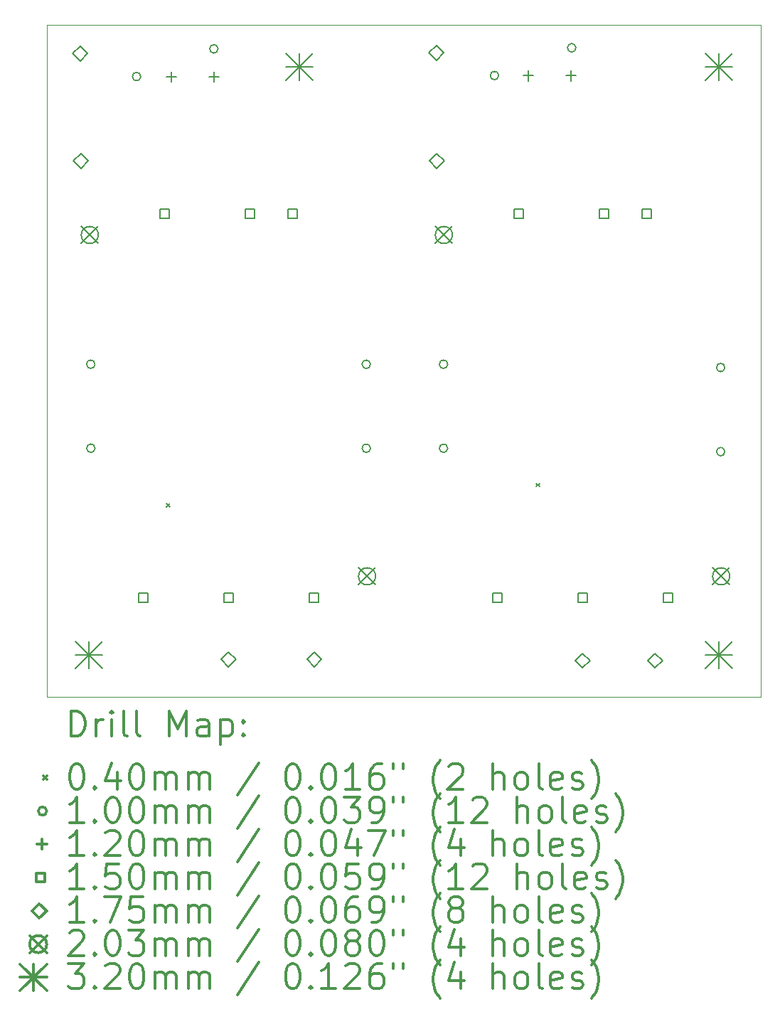
<source format=gbr>
%FSLAX45Y45*%
G04 Gerber Fmt 4.5, Leading zero omitted, Abs format (unit mm)*
G04 Created by KiCad (PCBNEW 5.1.6+dfsg1-1~bpo9+1) date 2022-05-29 17:42:44*
%MOMM*%
%LPD*%
G01*
G04 APERTURE LIST*
%TA.AperFunction,Profile*%
%ADD10C,0.100000*%
%TD*%
%ADD11C,0.200000*%
%ADD12C,0.300000*%
G04 APERTURE END LIST*
D10*
X0Y1000D02*
X8500000Y1000D01*
X8500000Y8001000D02*
X8500000Y1000D01*
X0Y8001000D02*
X0Y1000D01*
X0Y8001000D02*
X8500000Y8001000D01*
D11*
X1420000Y2300000D02*
X1460000Y2260000D01*
X1460000Y2300000D02*
X1420000Y2260000D01*
X5822000Y2542000D02*
X5862000Y2502000D01*
X5862000Y2542000D02*
X5822000Y2502000D01*
X570000Y3960000D02*
G75*
G03*
X570000Y3960000I-50000J0D01*
G01*
X570000Y2960000D02*
G75*
G03*
X570000Y2960000I-50000J0D01*
G01*
X8070000Y3920000D02*
G75*
G03*
X8070000Y3920000I-50000J0D01*
G01*
X8070000Y2920000D02*
G75*
G03*
X8070000Y2920000I-50000J0D01*
G01*
X3850000Y3960000D02*
G75*
G03*
X3850000Y3960000I-50000J0D01*
G01*
X3850000Y2960000D02*
G75*
G03*
X3850000Y2960000I-50000J0D01*
G01*
X1115000Y7385000D02*
G75*
G03*
X1115000Y7385000I-50000J0D01*
G01*
X2035000Y7715000D02*
G75*
G03*
X2035000Y7715000I-50000J0D01*
G01*
X5376130Y7398000D02*
G75*
G03*
X5376130Y7398000I-50000J0D01*
G01*
X6296130Y7728000D02*
G75*
G03*
X6296130Y7728000I-50000J0D01*
G01*
X4770000Y3960000D02*
G75*
G03*
X4770000Y3960000I-50000J0D01*
G01*
X4770000Y2960000D02*
G75*
G03*
X4770000Y2960000I-50000J0D01*
G01*
X5726800Y7455560D02*
X5726800Y7335560D01*
X5666800Y7395560D02*
X5786800Y7395560D01*
X6234800Y7455560D02*
X6234800Y7335560D01*
X6174800Y7395560D02*
X6294800Y7395560D01*
X1480000Y7440000D02*
X1480000Y7320000D01*
X1420000Y7380000D02*
X1540000Y7380000D01*
X1988000Y7440000D02*
X1988000Y7320000D01*
X1928000Y7380000D02*
X2048000Y7380000D01*
X1196034Y1128067D02*
X1196034Y1234134D01*
X1089967Y1234134D01*
X1089967Y1128067D01*
X1196034Y1128067D01*
X1450033Y5700066D02*
X1450033Y5806133D01*
X1343967Y5806133D01*
X1343967Y5700066D01*
X1450033Y5700066D01*
X2212034Y1128067D02*
X2212034Y1234134D01*
X2105967Y1234134D01*
X2105967Y1128067D01*
X2212034Y1128067D01*
X2466034Y5700066D02*
X2466034Y5806133D01*
X2359967Y5806133D01*
X2359967Y5700066D01*
X2466034Y5700066D01*
X2974033Y5700066D02*
X2974033Y5806133D01*
X2867966Y5806133D01*
X2867966Y5700066D01*
X2974033Y5700066D01*
X3228033Y1128067D02*
X3228033Y1234134D01*
X3121966Y1234134D01*
X3121966Y1128067D01*
X3228033Y1128067D01*
X5412434Y1128067D02*
X5412434Y1234134D01*
X5306367Y1234134D01*
X5306367Y1128067D01*
X5412434Y1128067D01*
X5666433Y5700066D02*
X5666433Y5806133D01*
X5560367Y5806133D01*
X5560367Y5700066D01*
X5666433Y5700066D01*
X6428433Y1128067D02*
X6428433Y1234134D01*
X6322366Y1234134D01*
X6322366Y1128067D01*
X6428433Y1128067D01*
X6682433Y5700066D02*
X6682433Y5806133D01*
X6576366Y5806133D01*
X6576366Y5700066D01*
X6682433Y5700066D01*
X7190433Y5700066D02*
X7190433Y5806133D01*
X7084366Y5806133D01*
X7084366Y5700066D01*
X7190433Y5700066D01*
X7444433Y1128067D02*
X7444433Y1234134D01*
X7338366Y1234134D01*
X7338366Y1128067D01*
X7444433Y1128067D01*
X4640000Y6292500D02*
X4727500Y6380000D01*
X4640000Y6467500D01*
X4552500Y6380000D01*
X4640000Y6292500D01*
X4635500Y7580600D02*
X4723000Y7668100D01*
X4635500Y7755600D01*
X4548000Y7668100D01*
X4635500Y7580600D01*
X6375400Y344300D02*
X6462900Y431800D01*
X6375400Y519300D01*
X6287900Y431800D01*
X6375400Y344300D01*
X7239000Y344300D02*
X7326500Y431800D01*
X7239000Y519300D01*
X7151500Y431800D01*
X7239000Y344300D01*
X2159000Y357000D02*
X2246500Y444500D01*
X2159000Y532000D01*
X2071500Y444500D01*
X2159000Y357000D01*
X3180000Y357000D02*
X3267500Y444500D01*
X3180000Y532000D01*
X3092500Y444500D01*
X3180000Y357000D01*
X400000Y6292500D02*
X487500Y6380000D01*
X400000Y6467500D01*
X312500Y6380000D01*
X400000Y6292500D01*
X393700Y7572500D02*
X481200Y7660000D01*
X393700Y7747500D01*
X306200Y7660000D01*
X393700Y7572500D01*
X406400Y5600700D02*
X609600Y5397500D01*
X609600Y5600700D02*
X406400Y5397500D01*
X609600Y5499100D02*
G75*
G03*
X609600Y5499100I-101600J0D01*
G01*
X3708400Y1536700D02*
X3911600Y1333500D01*
X3911600Y1536700D02*
X3708400Y1333500D01*
X3911600Y1435100D02*
G75*
G03*
X3911600Y1435100I-101600J0D01*
G01*
X4622800Y5600700D02*
X4826000Y5397500D01*
X4826000Y5600700D02*
X4622800Y5397500D01*
X4826000Y5499100D02*
G75*
G03*
X4826000Y5499100I-101600J0D01*
G01*
X7924800Y1536700D02*
X8128000Y1333500D01*
X8128000Y1536700D02*
X7924800Y1333500D01*
X8128000Y1435100D02*
G75*
G03*
X8128000Y1435100I-101600J0D01*
G01*
X7840000Y661000D02*
X8160000Y341000D01*
X8160000Y661000D02*
X7840000Y341000D01*
X8000000Y661000D02*
X8000000Y341000D01*
X7840000Y501000D02*
X8160000Y501000D01*
X340000Y661000D02*
X660000Y341000D01*
X660000Y661000D02*
X340000Y341000D01*
X500000Y661000D02*
X500000Y341000D01*
X340000Y501000D02*
X660000Y501000D01*
X2840000Y7661000D02*
X3160000Y7341000D01*
X3160000Y7661000D02*
X2840000Y7341000D01*
X3000000Y7661000D02*
X3000000Y7341000D01*
X2840000Y7501000D02*
X3160000Y7501000D01*
X7840000Y7661000D02*
X8160000Y7341000D01*
X8160000Y7661000D02*
X7840000Y7341000D01*
X8000000Y7661000D02*
X8000000Y7341000D01*
X7840000Y7501000D02*
X8160000Y7501000D01*
D12*
X281428Y-469714D02*
X281428Y-169714D01*
X352857Y-169714D01*
X395714Y-184000D01*
X424286Y-212571D01*
X438571Y-241143D01*
X452857Y-298286D01*
X452857Y-341143D01*
X438571Y-398286D01*
X424286Y-426857D01*
X395714Y-455429D01*
X352857Y-469714D01*
X281428Y-469714D01*
X581428Y-469714D02*
X581428Y-269714D01*
X581428Y-326857D02*
X595714Y-298286D01*
X610000Y-284000D01*
X638571Y-269714D01*
X667143Y-269714D01*
X767143Y-469714D02*
X767143Y-269714D01*
X767143Y-169714D02*
X752857Y-184000D01*
X767143Y-198286D01*
X781428Y-184000D01*
X767143Y-169714D01*
X767143Y-198286D01*
X952857Y-469714D02*
X924286Y-455429D01*
X910000Y-426857D01*
X910000Y-169714D01*
X1110000Y-469714D02*
X1081428Y-455429D01*
X1067143Y-426857D01*
X1067143Y-169714D01*
X1452857Y-469714D02*
X1452857Y-169714D01*
X1552857Y-384000D01*
X1652857Y-169714D01*
X1652857Y-469714D01*
X1924286Y-469714D02*
X1924286Y-312572D01*
X1910000Y-284000D01*
X1881428Y-269714D01*
X1824286Y-269714D01*
X1795714Y-284000D01*
X1924286Y-455429D02*
X1895714Y-469714D01*
X1824286Y-469714D01*
X1795714Y-455429D01*
X1781428Y-426857D01*
X1781428Y-398286D01*
X1795714Y-369714D01*
X1824286Y-355429D01*
X1895714Y-355429D01*
X1924286Y-341143D01*
X2067143Y-269714D02*
X2067143Y-569714D01*
X2067143Y-284000D02*
X2095714Y-269714D01*
X2152857Y-269714D01*
X2181428Y-284000D01*
X2195714Y-298286D01*
X2210000Y-326857D01*
X2210000Y-412571D01*
X2195714Y-441143D01*
X2181428Y-455429D01*
X2152857Y-469714D01*
X2095714Y-469714D01*
X2067143Y-455429D01*
X2338571Y-441143D02*
X2352857Y-455429D01*
X2338571Y-469714D01*
X2324286Y-455429D01*
X2338571Y-441143D01*
X2338571Y-469714D01*
X2338571Y-284000D02*
X2352857Y-298286D01*
X2338571Y-312572D01*
X2324286Y-298286D01*
X2338571Y-284000D01*
X2338571Y-312572D01*
X-45000Y-944000D02*
X-5000Y-984000D01*
X-5000Y-944000D02*
X-45000Y-984000D01*
X338571Y-799714D02*
X367143Y-799714D01*
X395714Y-814000D01*
X410000Y-828286D01*
X424286Y-856857D01*
X438571Y-914000D01*
X438571Y-985429D01*
X424286Y-1042571D01*
X410000Y-1071143D01*
X395714Y-1085429D01*
X367143Y-1099714D01*
X338571Y-1099714D01*
X310000Y-1085429D01*
X295714Y-1071143D01*
X281428Y-1042571D01*
X267143Y-985429D01*
X267143Y-914000D01*
X281428Y-856857D01*
X295714Y-828286D01*
X310000Y-814000D01*
X338571Y-799714D01*
X567143Y-1071143D02*
X581428Y-1085429D01*
X567143Y-1099714D01*
X552857Y-1085429D01*
X567143Y-1071143D01*
X567143Y-1099714D01*
X838571Y-899714D02*
X838571Y-1099714D01*
X767143Y-785429D02*
X695714Y-999714D01*
X881428Y-999714D01*
X1052857Y-799714D02*
X1081428Y-799714D01*
X1110000Y-814000D01*
X1124286Y-828286D01*
X1138571Y-856857D01*
X1152857Y-914000D01*
X1152857Y-985429D01*
X1138571Y-1042571D01*
X1124286Y-1071143D01*
X1110000Y-1085429D01*
X1081428Y-1099714D01*
X1052857Y-1099714D01*
X1024286Y-1085429D01*
X1010000Y-1071143D01*
X995714Y-1042571D01*
X981428Y-985429D01*
X981428Y-914000D01*
X995714Y-856857D01*
X1010000Y-828286D01*
X1024286Y-814000D01*
X1052857Y-799714D01*
X1281428Y-1099714D02*
X1281428Y-899714D01*
X1281428Y-928286D02*
X1295714Y-914000D01*
X1324286Y-899714D01*
X1367143Y-899714D01*
X1395714Y-914000D01*
X1410000Y-942571D01*
X1410000Y-1099714D01*
X1410000Y-942571D02*
X1424286Y-914000D01*
X1452857Y-899714D01*
X1495714Y-899714D01*
X1524286Y-914000D01*
X1538571Y-942571D01*
X1538571Y-1099714D01*
X1681428Y-1099714D02*
X1681428Y-899714D01*
X1681428Y-928286D02*
X1695714Y-914000D01*
X1724286Y-899714D01*
X1767143Y-899714D01*
X1795714Y-914000D01*
X1810000Y-942571D01*
X1810000Y-1099714D01*
X1810000Y-942571D02*
X1824286Y-914000D01*
X1852857Y-899714D01*
X1895714Y-899714D01*
X1924286Y-914000D01*
X1938571Y-942571D01*
X1938571Y-1099714D01*
X2524286Y-785429D02*
X2267143Y-1171143D01*
X2910000Y-799714D02*
X2938571Y-799714D01*
X2967143Y-814000D01*
X2981428Y-828286D01*
X2995714Y-856857D01*
X3010000Y-914000D01*
X3010000Y-985429D01*
X2995714Y-1042571D01*
X2981428Y-1071143D01*
X2967143Y-1085429D01*
X2938571Y-1099714D01*
X2910000Y-1099714D01*
X2881428Y-1085429D01*
X2867143Y-1071143D01*
X2852857Y-1042571D01*
X2838571Y-985429D01*
X2838571Y-914000D01*
X2852857Y-856857D01*
X2867143Y-828286D01*
X2881428Y-814000D01*
X2910000Y-799714D01*
X3138571Y-1071143D02*
X3152857Y-1085429D01*
X3138571Y-1099714D01*
X3124286Y-1085429D01*
X3138571Y-1071143D01*
X3138571Y-1099714D01*
X3338571Y-799714D02*
X3367143Y-799714D01*
X3395714Y-814000D01*
X3410000Y-828286D01*
X3424286Y-856857D01*
X3438571Y-914000D01*
X3438571Y-985429D01*
X3424286Y-1042571D01*
X3410000Y-1071143D01*
X3395714Y-1085429D01*
X3367143Y-1099714D01*
X3338571Y-1099714D01*
X3310000Y-1085429D01*
X3295714Y-1071143D01*
X3281428Y-1042571D01*
X3267143Y-985429D01*
X3267143Y-914000D01*
X3281428Y-856857D01*
X3295714Y-828286D01*
X3310000Y-814000D01*
X3338571Y-799714D01*
X3724286Y-1099714D02*
X3552857Y-1099714D01*
X3638571Y-1099714D02*
X3638571Y-799714D01*
X3610000Y-842571D01*
X3581428Y-871143D01*
X3552857Y-885429D01*
X3981428Y-799714D02*
X3924286Y-799714D01*
X3895714Y-814000D01*
X3881428Y-828286D01*
X3852857Y-871143D01*
X3838571Y-928286D01*
X3838571Y-1042571D01*
X3852857Y-1071143D01*
X3867143Y-1085429D01*
X3895714Y-1099714D01*
X3952857Y-1099714D01*
X3981428Y-1085429D01*
X3995714Y-1071143D01*
X4010000Y-1042571D01*
X4010000Y-971143D01*
X3995714Y-942571D01*
X3981428Y-928286D01*
X3952857Y-914000D01*
X3895714Y-914000D01*
X3867143Y-928286D01*
X3852857Y-942571D01*
X3838571Y-971143D01*
X4124286Y-799714D02*
X4124286Y-856857D01*
X4238571Y-799714D02*
X4238571Y-856857D01*
X4681428Y-1214000D02*
X4667143Y-1199714D01*
X4638571Y-1156857D01*
X4624286Y-1128286D01*
X4610000Y-1085429D01*
X4595714Y-1014000D01*
X4595714Y-956857D01*
X4610000Y-885429D01*
X4624286Y-842571D01*
X4638571Y-814000D01*
X4667143Y-771143D01*
X4681428Y-756857D01*
X4781428Y-828286D02*
X4795714Y-814000D01*
X4824286Y-799714D01*
X4895714Y-799714D01*
X4924286Y-814000D01*
X4938571Y-828286D01*
X4952857Y-856857D01*
X4952857Y-885429D01*
X4938571Y-928286D01*
X4767143Y-1099714D01*
X4952857Y-1099714D01*
X5310000Y-1099714D02*
X5310000Y-799714D01*
X5438571Y-1099714D02*
X5438571Y-942571D01*
X5424286Y-914000D01*
X5395714Y-899714D01*
X5352857Y-899714D01*
X5324286Y-914000D01*
X5310000Y-928286D01*
X5624286Y-1099714D02*
X5595714Y-1085429D01*
X5581428Y-1071143D01*
X5567143Y-1042571D01*
X5567143Y-956857D01*
X5581428Y-928286D01*
X5595714Y-914000D01*
X5624286Y-899714D01*
X5667143Y-899714D01*
X5695714Y-914000D01*
X5710000Y-928286D01*
X5724286Y-956857D01*
X5724286Y-1042571D01*
X5710000Y-1071143D01*
X5695714Y-1085429D01*
X5667143Y-1099714D01*
X5624286Y-1099714D01*
X5895714Y-1099714D02*
X5867143Y-1085429D01*
X5852857Y-1056857D01*
X5852857Y-799714D01*
X6124286Y-1085429D02*
X6095714Y-1099714D01*
X6038571Y-1099714D01*
X6010000Y-1085429D01*
X5995714Y-1056857D01*
X5995714Y-942571D01*
X6010000Y-914000D01*
X6038571Y-899714D01*
X6095714Y-899714D01*
X6124286Y-914000D01*
X6138571Y-942571D01*
X6138571Y-971143D01*
X5995714Y-999714D01*
X6252857Y-1085429D02*
X6281428Y-1099714D01*
X6338571Y-1099714D01*
X6367143Y-1085429D01*
X6381428Y-1056857D01*
X6381428Y-1042571D01*
X6367143Y-1014000D01*
X6338571Y-999714D01*
X6295714Y-999714D01*
X6267143Y-985429D01*
X6252857Y-956857D01*
X6252857Y-942571D01*
X6267143Y-914000D01*
X6295714Y-899714D01*
X6338571Y-899714D01*
X6367143Y-914000D01*
X6481428Y-1214000D02*
X6495714Y-1199714D01*
X6524286Y-1156857D01*
X6538571Y-1128286D01*
X6552857Y-1085429D01*
X6567143Y-1014000D01*
X6567143Y-956857D01*
X6552857Y-885429D01*
X6538571Y-842571D01*
X6524286Y-814000D01*
X6495714Y-771143D01*
X6481428Y-756857D01*
X-5000Y-1360000D02*
G75*
G03*
X-5000Y-1360000I-50000J0D01*
G01*
X438571Y-1495714D02*
X267143Y-1495714D01*
X352857Y-1495714D02*
X352857Y-1195714D01*
X324286Y-1238572D01*
X295714Y-1267143D01*
X267143Y-1281429D01*
X567143Y-1467143D02*
X581428Y-1481429D01*
X567143Y-1495714D01*
X552857Y-1481429D01*
X567143Y-1467143D01*
X567143Y-1495714D01*
X767143Y-1195714D02*
X795714Y-1195714D01*
X824286Y-1210000D01*
X838571Y-1224286D01*
X852857Y-1252857D01*
X867143Y-1310000D01*
X867143Y-1381429D01*
X852857Y-1438571D01*
X838571Y-1467143D01*
X824286Y-1481429D01*
X795714Y-1495714D01*
X767143Y-1495714D01*
X738571Y-1481429D01*
X724286Y-1467143D01*
X710000Y-1438571D01*
X695714Y-1381429D01*
X695714Y-1310000D01*
X710000Y-1252857D01*
X724286Y-1224286D01*
X738571Y-1210000D01*
X767143Y-1195714D01*
X1052857Y-1195714D02*
X1081428Y-1195714D01*
X1110000Y-1210000D01*
X1124286Y-1224286D01*
X1138571Y-1252857D01*
X1152857Y-1310000D01*
X1152857Y-1381429D01*
X1138571Y-1438571D01*
X1124286Y-1467143D01*
X1110000Y-1481429D01*
X1081428Y-1495714D01*
X1052857Y-1495714D01*
X1024286Y-1481429D01*
X1010000Y-1467143D01*
X995714Y-1438571D01*
X981428Y-1381429D01*
X981428Y-1310000D01*
X995714Y-1252857D01*
X1010000Y-1224286D01*
X1024286Y-1210000D01*
X1052857Y-1195714D01*
X1281428Y-1495714D02*
X1281428Y-1295714D01*
X1281428Y-1324286D02*
X1295714Y-1310000D01*
X1324286Y-1295714D01*
X1367143Y-1295714D01*
X1395714Y-1310000D01*
X1410000Y-1338572D01*
X1410000Y-1495714D01*
X1410000Y-1338572D02*
X1424286Y-1310000D01*
X1452857Y-1295714D01*
X1495714Y-1295714D01*
X1524286Y-1310000D01*
X1538571Y-1338572D01*
X1538571Y-1495714D01*
X1681428Y-1495714D02*
X1681428Y-1295714D01*
X1681428Y-1324286D02*
X1695714Y-1310000D01*
X1724286Y-1295714D01*
X1767143Y-1295714D01*
X1795714Y-1310000D01*
X1810000Y-1338572D01*
X1810000Y-1495714D01*
X1810000Y-1338572D02*
X1824286Y-1310000D01*
X1852857Y-1295714D01*
X1895714Y-1295714D01*
X1924286Y-1310000D01*
X1938571Y-1338572D01*
X1938571Y-1495714D01*
X2524286Y-1181429D02*
X2267143Y-1567143D01*
X2910000Y-1195714D02*
X2938571Y-1195714D01*
X2967143Y-1210000D01*
X2981428Y-1224286D01*
X2995714Y-1252857D01*
X3010000Y-1310000D01*
X3010000Y-1381429D01*
X2995714Y-1438571D01*
X2981428Y-1467143D01*
X2967143Y-1481429D01*
X2938571Y-1495714D01*
X2910000Y-1495714D01*
X2881428Y-1481429D01*
X2867143Y-1467143D01*
X2852857Y-1438571D01*
X2838571Y-1381429D01*
X2838571Y-1310000D01*
X2852857Y-1252857D01*
X2867143Y-1224286D01*
X2881428Y-1210000D01*
X2910000Y-1195714D01*
X3138571Y-1467143D02*
X3152857Y-1481429D01*
X3138571Y-1495714D01*
X3124286Y-1481429D01*
X3138571Y-1467143D01*
X3138571Y-1495714D01*
X3338571Y-1195714D02*
X3367143Y-1195714D01*
X3395714Y-1210000D01*
X3410000Y-1224286D01*
X3424286Y-1252857D01*
X3438571Y-1310000D01*
X3438571Y-1381429D01*
X3424286Y-1438571D01*
X3410000Y-1467143D01*
X3395714Y-1481429D01*
X3367143Y-1495714D01*
X3338571Y-1495714D01*
X3310000Y-1481429D01*
X3295714Y-1467143D01*
X3281428Y-1438571D01*
X3267143Y-1381429D01*
X3267143Y-1310000D01*
X3281428Y-1252857D01*
X3295714Y-1224286D01*
X3310000Y-1210000D01*
X3338571Y-1195714D01*
X3538571Y-1195714D02*
X3724286Y-1195714D01*
X3624286Y-1310000D01*
X3667143Y-1310000D01*
X3695714Y-1324286D01*
X3710000Y-1338572D01*
X3724286Y-1367143D01*
X3724286Y-1438571D01*
X3710000Y-1467143D01*
X3695714Y-1481429D01*
X3667143Y-1495714D01*
X3581428Y-1495714D01*
X3552857Y-1481429D01*
X3538571Y-1467143D01*
X3867143Y-1495714D02*
X3924286Y-1495714D01*
X3952857Y-1481429D01*
X3967143Y-1467143D01*
X3995714Y-1424286D01*
X4010000Y-1367143D01*
X4010000Y-1252857D01*
X3995714Y-1224286D01*
X3981428Y-1210000D01*
X3952857Y-1195714D01*
X3895714Y-1195714D01*
X3867143Y-1210000D01*
X3852857Y-1224286D01*
X3838571Y-1252857D01*
X3838571Y-1324286D01*
X3852857Y-1352857D01*
X3867143Y-1367143D01*
X3895714Y-1381429D01*
X3952857Y-1381429D01*
X3981428Y-1367143D01*
X3995714Y-1352857D01*
X4010000Y-1324286D01*
X4124286Y-1195714D02*
X4124286Y-1252857D01*
X4238571Y-1195714D02*
X4238571Y-1252857D01*
X4681428Y-1610000D02*
X4667143Y-1595714D01*
X4638571Y-1552857D01*
X4624286Y-1524286D01*
X4610000Y-1481429D01*
X4595714Y-1410000D01*
X4595714Y-1352857D01*
X4610000Y-1281429D01*
X4624286Y-1238572D01*
X4638571Y-1210000D01*
X4667143Y-1167143D01*
X4681428Y-1152857D01*
X4952857Y-1495714D02*
X4781428Y-1495714D01*
X4867143Y-1495714D02*
X4867143Y-1195714D01*
X4838571Y-1238572D01*
X4810000Y-1267143D01*
X4781428Y-1281429D01*
X5067143Y-1224286D02*
X5081428Y-1210000D01*
X5110000Y-1195714D01*
X5181428Y-1195714D01*
X5210000Y-1210000D01*
X5224286Y-1224286D01*
X5238571Y-1252857D01*
X5238571Y-1281429D01*
X5224286Y-1324286D01*
X5052857Y-1495714D01*
X5238571Y-1495714D01*
X5595714Y-1495714D02*
X5595714Y-1195714D01*
X5724286Y-1495714D02*
X5724286Y-1338572D01*
X5710000Y-1310000D01*
X5681428Y-1295714D01*
X5638571Y-1295714D01*
X5610000Y-1310000D01*
X5595714Y-1324286D01*
X5910000Y-1495714D02*
X5881428Y-1481429D01*
X5867143Y-1467143D01*
X5852857Y-1438571D01*
X5852857Y-1352857D01*
X5867143Y-1324286D01*
X5881428Y-1310000D01*
X5910000Y-1295714D01*
X5952857Y-1295714D01*
X5981428Y-1310000D01*
X5995714Y-1324286D01*
X6010000Y-1352857D01*
X6010000Y-1438571D01*
X5995714Y-1467143D01*
X5981428Y-1481429D01*
X5952857Y-1495714D01*
X5910000Y-1495714D01*
X6181428Y-1495714D02*
X6152857Y-1481429D01*
X6138571Y-1452857D01*
X6138571Y-1195714D01*
X6410000Y-1481429D02*
X6381428Y-1495714D01*
X6324286Y-1495714D01*
X6295714Y-1481429D01*
X6281428Y-1452857D01*
X6281428Y-1338572D01*
X6295714Y-1310000D01*
X6324286Y-1295714D01*
X6381428Y-1295714D01*
X6410000Y-1310000D01*
X6424286Y-1338572D01*
X6424286Y-1367143D01*
X6281428Y-1395714D01*
X6538571Y-1481429D02*
X6567143Y-1495714D01*
X6624286Y-1495714D01*
X6652857Y-1481429D01*
X6667143Y-1452857D01*
X6667143Y-1438571D01*
X6652857Y-1410000D01*
X6624286Y-1395714D01*
X6581428Y-1395714D01*
X6552857Y-1381429D01*
X6538571Y-1352857D01*
X6538571Y-1338572D01*
X6552857Y-1310000D01*
X6581428Y-1295714D01*
X6624286Y-1295714D01*
X6652857Y-1310000D01*
X6767143Y-1610000D02*
X6781428Y-1595714D01*
X6810000Y-1552857D01*
X6824286Y-1524286D01*
X6838571Y-1481429D01*
X6852857Y-1410000D01*
X6852857Y-1352857D01*
X6838571Y-1281429D01*
X6824286Y-1238572D01*
X6810000Y-1210000D01*
X6781428Y-1167143D01*
X6767143Y-1152857D01*
X-65000Y-1696000D02*
X-65000Y-1816000D01*
X-125000Y-1756000D02*
X-5000Y-1756000D01*
X438571Y-1891714D02*
X267143Y-1891714D01*
X352857Y-1891714D02*
X352857Y-1591714D01*
X324286Y-1634571D01*
X295714Y-1663143D01*
X267143Y-1677429D01*
X567143Y-1863143D02*
X581428Y-1877429D01*
X567143Y-1891714D01*
X552857Y-1877429D01*
X567143Y-1863143D01*
X567143Y-1891714D01*
X695714Y-1620286D02*
X710000Y-1606000D01*
X738571Y-1591714D01*
X810000Y-1591714D01*
X838571Y-1606000D01*
X852857Y-1620286D01*
X867143Y-1648857D01*
X867143Y-1677429D01*
X852857Y-1720286D01*
X681428Y-1891714D01*
X867143Y-1891714D01*
X1052857Y-1591714D02*
X1081428Y-1591714D01*
X1110000Y-1606000D01*
X1124286Y-1620286D01*
X1138571Y-1648857D01*
X1152857Y-1706000D01*
X1152857Y-1777429D01*
X1138571Y-1834571D01*
X1124286Y-1863143D01*
X1110000Y-1877429D01*
X1081428Y-1891714D01*
X1052857Y-1891714D01*
X1024286Y-1877429D01*
X1010000Y-1863143D01*
X995714Y-1834571D01*
X981428Y-1777429D01*
X981428Y-1706000D01*
X995714Y-1648857D01*
X1010000Y-1620286D01*
X1024286Y-1606000D01*
X1052857Y-1591714D01*
X1281428Y-1891714D02*
X1281428Y-1691714D01*
X1281428Y-1720286D02*
X1295714Y-1706000D01*
X1324286Y-1691714D01*
X1367143Y-1691714D01*
X1395714Y-1706000D01*
X1410000Y-1734571D01*
X1410000Y-1891714D01*
X1410000Y-1734571D02*
X1424286Y-1706000D01*
X1452857Y-1691714D01*
X1495714Y-1691714D01*
X1524286Y-1706000D01*
X1538571Y-1734571D01*
X1538571Y-1891714D01*
X1681428Y-1891714D02*
X1681428Y-1691714D01*
X1681428Y-1720286D02*
X1695714Y-1706000D01*
X1724286Y-1691714D01*
X1767143Y-1691714D01*
X1795714Y-1706000D01*
X1810000Y-1734571D01*
X1810000Y-1891714D01*
X1810000Y-1734571D02*
X1824286Y-1706000D01*
X1852857Y-1691714D01*
X1895714Y-1691714D01*
X1924286Y-1706000D01*
X1938571Y-1734571D01*
X1938571Y-1891714D01*
X2524286Y-1577429D02*
X2267143Y-1963143D01*
X2910000Y-1591714D02*
X2938571Y-1591714D01*
X2967143Y-1606000D01*
X2981428Y-1620286D01*
X2995714Y-1648857D01*
X3010000Y-1706000D01*
X3010000Y-1777429D01*
X2995714Y-1834571D01*
X2981428Y-1863143D01*
X2967143Y-1877429D01*
X2938571Y-1891714D01*
X2910000Y-1891714D01*
X2881428Y-1877429D01*
X2867143Y-1863143D01*
X2852857Y-1834571D01*
X2838571Y-1777429D01*
X2838571Y-1706000D01*
X2852857Y-1648857D01*
X2867143Y-1620286D01*
X2881428Y-1606000D01*
X2910000Y-1591714D01*
X3138571Y-1863143D02*
X3152857Y-1877429D01*
X3138571Y-1891714D01*
X3124286Y-1877429D01*
X3138571Y-1863143D01*
X3138571Y-1891714D01*
X3338571Y-1591714D02*
X3367143Y-1591714D01*
X3395714Y-1606000D01*
X3410000Y-1620286D01*
X3424286Y-1648857D01*
X3438571Y-1706000D01*
X3438571Y-1777429D01*
X3424286Y-1834571D01*
X3410000Y-1863143D01*
X3395714Y-1877429D01*
X3367143Y-1891714D01*
X3338571Y-1891714D01*
X3310000Y-1877429D01*
X3295714Y-1863143D01*
X3281428Y-1834571D01*
X3267143Y-1777429D01*
X3267143Y-1706000D01*
X3281428Y-1648857D01*
X3295714Y-1620286D01*
X3310000Y-1606000D01*
X3338571Y-1591714D01*
X3695714Y-1691714D02*
X3695714Y-1891714D01*
X3624286Y-1577429D02*
X3552857Y-1791714D01*
X3738571Y-1791714D01*
X3824286Y-1591714D02*
X4024286Y-1591714D01*
X3895714Y-1891714D01*
X4124286Y-1591714D02*
X4124286Y-1648857D01*
X4238571Y-1591714D02*
X4238571Y-1648857D01*
X4681428Y-2006000D02*
X4667143Y-1991714D01*
X4638571Y-1948857D01*
X4624286Y-1920286D01*
X4610000Y-1877429D01*
X4595714Y-1806000D01*
X4595714Y-1748857D01*
X4610000Y-1677429D01*
X4624286Y-1634571D01*
X4638571Y-1606000D01*
X4667143Y-1563143D01*
X4681428Y-1548857D01*
X4924286Y-1691714D02*
X4924286Y-1891714D01*
X4852857Y-1577429D02*
X4781428Y-1791714D01*
X4967143Y-1791714D01*
X5310000Y-1891714D02*
X5310000Y-1591714D01*
X5438571Y-1891714D02*
X5438571Y-1734571D01*
X5424286Y-1706000D01*
X5395714Y-1691714D01*
X5352857Y-1691714D01*
X5324286Y-1706000D01*
X5310000Y-1720286D01*
X5624286Y-1891714D02*
X5595714Y-1877429D01*
X5581428Y-1863143D01*
X5567143Y-1834571D01*
X5567143Y-1748857D01*
X5581428Y-1720286D01*
X5595714Y-1706000D01*
X5624286Y-1691714D01*
X5667143Y-1691714D01*
X5695714Y-1706000D01*
X5710000Y-1720286D01*
X5724286Y-1748857D01*
X5724286Y-1834571D01*
X5710000Y-1863143D01*
X5695714Y-1877429D01*
X5667143Y-1891714D01*
X5624286Y-1891714D01*
X5895714Y-1891714D02*
X5867143Y-1877429D01*
X5852857Y-1848857D01*
X5852857Y-1591714D01*
X6124286Y-1877429D02*
X6095714Y-1891714D01*
X6038571Y-1891714D01*
X6010000Y-1877429D01*
X5995714Y-1848857D01*
X5995714Y-1734571D01*
X6010000Y-1706000D01*
X6038571Y-1691714D01*
X6095714Y-1691714D01*
X6124286Y-1706000D01*
X6138571Y-1734571D01*
X6138571Y-1763143D01*
X5995714Y-1791714D01*
X6252857Y-1877429D02*
X6281428Y-1891714D01*
X6338571Y-1891714D01*
X6367143Y-1877429D01*
X6381428Y-1848857D01*
X6381428Y-1834571D01*
X6367143Y-1806000D01*
X6338571Y-1791714D01*
X6295714Y-1791714D01*
X6267143Y-1777429D01*
X6252857Y-1748857D01*
X6252857Y-1734571D01*
X6267143Y-1706000D01*
X6295714Y-1691714D01*
X6338571Y-1691714D01*
X6367143Y-1706000D01*
X6481428Y-2006000D02*
X6495714Y-1991714D01*
X6524286Y-1948857D01*
X6538571Y-1920286D01*
X6552857Y-1877429D01*
X6567143Y-1806000D01*
X6567143Y-1748857D01*
X6552857Y-1677429D01*
X6538571Y-1634571D01*
X6524286Y-1606000D01*
X6495714Y-1563143D01*
X6481428Y-1548857D01*
X-26967Y-2205034D02*
X-26967Y-2098967D01*
X-133034Y-2098967D01*
X-133034Y-2205034D01*
X-26967Y-2205034D01*
X438571Y-2287714D02*
X267143Y-2287714D01*
X352857Y-2287714D02*
X352857Y-1987714D01*
X324286Y-2030571D01*
X295714Y-2059143D01*
X267143Y-2073429D01*
X567143Y-2259143D02*
X581428Y-2273429D01*
X567143Y-2287714D01*
X552857Y-2273429D01*
X567143Y-2259143D01*
X567143Y-2287714D01*
X852857Y-1987714D02*
X710000Y-1987714D01*
X695714Y-2130572D01*
X710000Y-2116286D01*
X738571Y-2102000D01*
X810000Y-2102000D01*
X838571Y-2116286D01*
X852857Y-2130572D01*
X867143Y-2159143D01*
X867143Y-2230572D01*
X852857Y-2259143D01*
X838571Y-2273429D01*
X810000Y-2287714D01*
X738571Y-2287714D01*
X710000Y-2273429D01*
X695714Y-2259143D01*
X1052857Y-1987714D02*
X1081428Y-1987714D01*
X1110000Y-2002000D01*
X1124286Y-2016286D01*
X1138571Y-2044857D01*
X1152857Y-2102000D01*
X1152857Y-2173429D01*
X1138571Y-2230572D01*
X1124286Y-2259143D01*
X1110000Y-2273429D01*
X1081428Y-2287714D01*
X1052857Y-2287714D01*
X1024286Y-2273429D01*
X1010000Y-2259143D01*
X995714Y-2230572D01*
X981428Y-2173429D01*
X981428Y-2102000D01*
X995714Y-2044857D01*
X1010000Y-2016286D01*
X1024286Y-2002000D01*
X1052857Y-1987714D01*
X1281428Y-2287714D02*
X1281428Y-2087714D01*
X1281428Y-2116286D02*
X1295714Y-2102000D01*
X1324286Y-2087714D01*
X1367143Y-2087714D01*
X1395714Y-2102000D01*
X1410000Y-2130572D01*
X1410000Y-2287714D01*
X1410000Y-2130572D02*
X1424286Y-2102000D01*
X1452857Y-2087714D01*
X1495714Y-2087714D01*
X1524286Y-2102000D01*
X1538571Y-2130572D01*
X1538571Y-2287714D01*
X1681428Y-2287714D02*
X1681428Y-2087714D01*
X1681428Y-2116286D02*
X1695714Y-2102000D01*
X1724286Y-2087714D01*
X1767143Y-2087714D01*
X1795714Y-2102000D01*
X1810000Y-2130572D01*
X1810000Y-2287714D01*
X1810000Y-2130572D02*
X1824286Y-2102000D01*
X1852857Y-2087714D01*
X1895714Y-2087714D01*
X1924286Y-2102000D01*
X1938571Y-2130572D01*
X1938571Y-2287714D01*
X2524286Y-1973429D02*
X2267143Y-2359143D01*
X2910000Y-1987714D02*
X2938571Y-1987714D01*
X2967143Y-2002000D01*
X2981428Y-2016286D01*
X2995714Y-2044857D01*
X3010000Y-2102000D01*
X3010000Y-2173429D01*
X2995714Y-2230572D01*
X2981428Y-2259143D01*
X2967143Y-2273429D01*
X2938571Y-2287714D01*
X2910000Y-2287714D01*
X2881428Y-2273429D01*
X2867143Y-2259143D01*
X2852857Y-2230572D01*
X2838571Y-2173429D01*
X2838571Y-2102000D01*
X2852857Y-2044857D01*
X2867143Y-2016286D01*
X2881428Y-2002000D01*
X2910000Y-1987714D01*
X3138571Y-2259143D02*
X3152857Y-2273429D01*
X3138571Y-2287714D01*
X3124286Y-2273429D01*
X3138571Y-2259143D01*
X3138571Y-2287714D01*
X3338571Y-1987714D02*
X3367143Y-1987714D01*
X3395714Y-2002000D01*
X3410000Y-2016286D01*
X3424286Y-2044857D01*
X3438571Y-2102000D01*
X3438571Y-2173429D01*
X3424286Y-2230572D01*
X3410000Y-2259143D01*
X3395714Y-2273429D01*
X3367143Y-2287714D01*
X3338571Y-2287714D01*
X3310000Y-2273429D01*
X3295714Y-2259143D01*
X3281428Y-2230572D01*
X3267143Y-2173429D01*
X3267143Y-2102000D01*
X3281428Y-2044857D01*
X3295714Y-2016286D01*
X3310000Y-2002000D01*
X3338571Y-1987714D01*
X3710000Y-1987714D02*
X3567143Y-1987714D01*
X3552857Y-2130572D01*
X3567143Y-2116286D01*
X3595714Y-2102000D01*
X3667143Y-2102000D01*
X3695714Y-2116286D01*
X3710000Y-2130572D01*
X3724286Y-2159143D01*
X3724286Y-2230572D01*
X3710000Y-2259143D01*
X3695714Y-2273429D01*
X3667143Y-2287714D01*
X3595714Y-2287714D01*
X3567143Y-2273429D01*
X3552857Y-2259143D01*
X3867143Y-2287714D02*
X3924286Y-2287714D01*
X3952857Y-2273429D01*
X3967143Y-2259143D01*
X3995714Y-2216286D01*
X4010000Y-2159143D01*
X4010000Y-2044857D01*
X3995714Y-2016286D01*
X3981428Y-2002000D01*
X3952857Y-1987714D01*
X3895714Y-1987714D01*
X3867143Y-2002000D01*
X3852857Y-2016286D01*
X3838571Y-2044857D01*
X3838571Y-2116286D01*
X3852857Y-2144857D01*
X3867143Y-2159143D01*
X3895714Y-2173429D01*
X3952857Y-2173429D01*
X3981428Y-2159143D01*
X3995714Y-2144857D01*
X4010000Y-2116286D01*
X4124286Y-1987714D02*
X4124286Y-2044857D01*
X4238571Y-1987714D02*
X4238571Y-2044857D01*
X4681428Y-2402000D02*
X4667143Y-2387714D01*
X4638571Y-2344857D01*
X4624286Y-2316286D01*
X4610000Y-2273429D01*
X4595714Y-2202000D01*
X4595714Y-2144857D01*
X4610000Y-2073429D01*
X4624286Y-2030571D01*
X4638571Y-2002000D01*
X4667143Y-1959143D01*
X4681428Y-1944857D01*
X4952857Y-2287714D02*
X4781428Y-2287714D01*
X4867143Y-2287714D02*
X4867143Y-1987714D01*
X4838571Y-2030571D01*
X4810000Y-2059143D01*
X4781428Y-2073429D01*
X5067143Y-2016286D02*
X5081428Y-2002000D01*
X5110000Y-1987714D01*
X5181428Y-1987714D01*
X5210000Y-2002000D01*
X5224286Y-2016286D01*
X5238571Y-2044857D01*
X5238571Y-2073429D01*
X5224286Y-2116286D01*
X5052857Y-2287714D01*
X5238571Y-2287714D01*
X5595714Y-2287714D02*
X5595714Y-1987714D01*
X5724286Y-2287714D02*
X5724286Y-2130572D01*
X5710000Y-2102000D01*
X5681428Y-2087714D01*
X5638571Y-2087714D01*
X5610000Y-2102000D01*
X5595714Y-2116286D01*
X5910000Y-2287714D02*
X5881428Y-2273429D01*
X5867143Y-2259143D01*
X5852857Y-2230572D01*
X5852857Y-2144857D01*
X5867143Y-2116286D01*
X5881428Y-2102000D01*
X5910000Y-2087714D01*
X5952857Y-2087714D01*
X5981428Y-2102000D01*
X5995714Y-2116286D01*
X6010000Y-2144857D01*
X6010000Y-2230572D01*
X5995714Y-2259143D01*
X5981428Y-2273429D01*
X5952857Y-2287714D01*
X5910000Y-2287714D01*
X6181428Y-2287714D02*
X6152857Y-2273429D01*
X6138571Y-2244857D01*
X6138571Y-1987714D01*
X6410000Y-2273429D02*
X6381428Y-2287714D01*
X6324286Y-2287714D01*
X6295714Y-2273429D01*
X6281428Y-2244857D01*
X6281428Y-2130572D01*
X6295714Y-2102000D01*
X6324286Y-2087714D01*
X6381428Y-2087714D01*
X6410000Y-2102000D01*
X6424286Y-2130572D01*
X6424286Y-2159143D01*
X6281428Y-2187714D01*
X6538571Y-2273429D02*
X6567143Y-2287714D01*
X6624286Y-2287714D01*
X6652857Y-2273429D01*
X6667143Y-2244857D01*
X6667143Y-2230572D01*
X6652857Y-2202000D01*
X6624286Y-2187714D01*
X6581428Y-2187714D01*
X6552857Y-2173429D01*
X6538571Y-2144857D01*
X6538571Y-2130572D01*
X6552857Y-2102000D01*
X6581428Y-2087714D01*
X6624286Y-2087714D01*
X6652857Y-2102000D01*
X6767143Y-2402000D02*
X6781428Y-2387714D01*
X6810000Y-2344857D01*
X6824286Y-2316286D01*
X6838571Y-2273429D01*
X6852857Y-2202000D01*
X6852857Y-2144857D01*
X6838571Y-2073429D01*
X6824286Y-2030571D01*
X6810000Y-2002000D01*
X6781428Y-1959143D01*
X6767143Y-1944857D01*
X-92500Y-2635500D02*
X-5000Y-2548000D01*
X-92500Y-2460500D01*
X-180000Y-2548000D01*
X-92500Y-2635500D01*
X438571Y-2683714D02*
X267143Y-2683714D01*
X352857Y-2683714D02*
X352857Y-2383714D01*
X324286Y-2426572D01*
X295714Y-2455143D01*
X267143Y-2469429D01*
X567143Y-2655143D02*
X581428Y-2669429D01*
X567143Y-2683714D01*
X552857Y-2669429D01*
X567143Y-2655143D01*
X567143Y-2683714D01*
X681428Y-2383714D02*
X881428Y-2383714D01*
X752857Y-2683714D01*
X1138571Y-2383714D02*
X995714Y-2383714D01*
X981428Y-2526572D01*
X995714Y-2512286D01*
X1024286Y-2498000D01*
X1095714Y-2498000D01*
X1124286Y-2512286D01*
X1138571Y-2526572D01*
X1152857Y-2555143D01*
X1152857Y-2626572D01*
X1138571Y-2655143D01*
X1124286Y-2669429D01*
X1095714Y-2683714D01*
X1024286Y-2683714D01*
X995714Y-2669429D01*
X981428Y-2655143D01*
X1281428Y-2683714D02*
X1281428Y-2483714D01*
X1281428Y-2512286D02*
X1295714Y-2498000D01*
X1324286Y-2483714D01*
X1367143Y-2483714D01*
X1395714Y-2498000D01*
X1410000Y-2526572D01*
X1410000Y-2683714D01*
X1410000Y-2526572D02*
X1424286Y-2498000D01*
X1452857Y-2483714D01*
X1495714Y-2483714D01*
X1524286Y-2498000D01*
X1538571Y-2526572D01*
X1538571Y-2683714D01*
X1681428Y-2683714D02*
X1681428Y-2483714D01*
X1681428Y-2512286D02*
X1695714Y-2498000D01*
X1724286Y-2483714D01*
X1767143Y-2483714D01*
X1795714Y-2498000D01*
X1810000Y-2526572D01*
X1810000Y-2683714D01*
X1810000Y-2526572D02*
X1824286Y-2498000D01*
X1852857Y-2483714D01*
X1895714Y-2483714D01*
X1924286Y-2498000D01*
X1938571Y-2526572D01*
X1938571Y-2683714D01*
X2524286Y-2369429D02*
X2267143Y-2755143D01*
X2910000Y-2383714D02*
X2938571Y-2383714D01*
X2967143Y-2398000D01*
X2981428Y-2412286D01*
X2995714Y-2440857D01*
X3010000Y-2498000D01*
X3010000Y-2569429D01*
X2995714Y-2626572D01*
X2981428Y-2655143D01*
X2967143Y-2669429D01*
X2938571Y-2683714D01*
X2910000Y-2683714D01*
X2881428Y-2669429D01*
X2867143Y-2655143D01*
X2852857Y-2626572D01*
X2838571Y-2569429D01*
X2838571Y-2498000D01*
X2852857Y-2440857D01*
X2867143Y-2412286D01*
X2881428Y-2398000D01*
X2910000Y-2383714D01*
X3138571Y-2655143D02*
X3152857Y-2669429D01*
X3138571Y-2683714D01*
X3124286Y-2669429D01*
X3138571Y-2655143D01*
X3138571Y-2683714D01*
X3338571Y-2383714D02*
X3367143Y-2383714D01*
X3395714Y-2398000D01*
X3410000Y-2412286D01*
X3424286Y-2440857D01*
X3438571Y-2498000D01*
X3438571Y-2569429D01*
X3424286Y-2626572D01*
X3410000Y-2655143D01*
X3395714Y-2669429D01*
X3367143Y-2683714D01*
X3338571Y-2683714D01*
X3310000Y-2669429D01*
X3295714Y-2655143D01*
X3281428Y-2626572D01*
X3267143Y-2569429D01*
X3267143Y-2498000D01*
X3281428Y-2440857D01*
X3295714Y-2412286D01*
X3310000Y-2398000D01*
X3338571Y-2383714D01*
X3695714Y-2383714D02*
X3638571Y-2383714D01*
X3610000Y-2398000D01*
X3595714Y-2412286D01*
X3567143Y-2455143D01*
X3552857Y-2512286D01*
X3552857Y-2626572D01*
X3567143Y-2655143D01*
X3581428Y-2669429D01*
X3610000Y-2683714D01*
X3667143Y-2683714D01*
X3695714Y-2669429D01*
X3710000Y-2655143D01*
X3724286Y-2626572D01*
X3724286Y-2555143D01*
X3710000Y-2526572D01*
X3695714Y-2512286D01*
X3667143Y-2498000D01*
X3610000Y-2498000D01*
X3581428Y-2512286D01*
X3567143Y-2526572D01*
X3552857Y-2555143D01*
X3867143Y-2683714D02*
X3924286Y-2683714D01*
X3952857Y-2669429D01*
X3967143Y-2655143D01*
X3995714Y-2612286D01*
X4010000Y-2555143D01*
X4010000Y-2440857D01*
X3995714Y-2412286D01*
X3981428Y-2398000D01*
X3952857Y-2383714D01*
X3895714Y-2383714D01*
X3867143Y-2398000D01*
X3852857Y-2412286D01*
X3838571Y-2440857D01*
X3838571Y-2512286D01*
X3852857Y-2540857D01*
X3867143Y-2555143D01*
X3895714Y-2569429D01*
X3952857Y-2569429D01*
X3981428Y-2555143D01*
X3995714Y-2540857D01*
X4010000Y-2512286D01*
X4124286Y-2383714D02*
X4124286Y-2440857D01*
X4238571Y-2383714D02*
X4238571Y-2440857D01*
X4681428Y-2798000D02*
X4667143Y-2783714D01*
X4638571Y-2740857D01*
X4624286Y-2712286D01*
X4610000Y-2669429D01*
X4595714Y-2598000D01*
X4595714Y-2540857D01*
X4610000Y-2469429D01*
X4624286Y-2426572D01*
X4638571Y-2398000D01*
X4667143Y-2355143D01*
X4681428Y-2340857D01*
X4838571Y-2512286D02*
X4810000Y-2498000D01*
X4795714Y-2483714D01*
X4781428Y-2455143D01*
X4781428Y-2440857D01*
X4795714Y-2412286D01*
X4810000Y-2398000D01*
X4838571Y-2383714D01*
X4895714Y-2383714D01*
X4924286Y-2398000D01*
X4938571Y-2412286D01*
X4952857Y-2440857D01*
X4952857Y-2455143D01*
X4938571Y-2483714D01*
X4924286Y-2498000D01*
X4895714Y-2512286D01*
X4838571Y-2512286D01*
X4810000Y-2526572D01*
X4795714Y-2540857D01*
X4781428Y-2569429D01*
X4781428Y-2626572D01*
X4795714Y-2655143D01*
X4810000Y-2669429D01*
X4838571Y-2683714D01*
X4895714Y-2683714D01*
X4924286Y-2669429D01*
X4938571Y-2655143D01*
X4952857Y-2626572D01*
X4952857Y-2569429D01*
X4938571Y-2540857D01*
X4924286Y-2526572D01*
X4895714Y-2512286D01*
X5310000Y-2683714D02*
X5310000Y-2383714D01*
X5438571Y-2683714D02*
X5438571Y-2526572D01*
X5424286Y-2498000D01*
X5395714Y-2483714D01*
X5352857Y-2483714D01*
X5324286Y-2498000D01*
X5310000Y-2512286D01*
X5624286Y-2683714D02*
X5595714Y-2669429D01*
X5581428Y-2655143D01*
X5567143Y-2626572D01*
X5567143Y-2540857D01*
X5581428Y-2512286D01*
X5595714Y-2498000D01*
X5624286Y-2483714D01*
X5667143Y-2483714D01*
X5695714Y-2498000D01*
X5710000Y-2512286D01*
X5724286Y-2540857D01*
X5724286Y-2626572D01*
X5710000Y-2655143D01*
X5695714Y-2669429D01*
X5667143Y-2683714D01*
X5624286Y-2683714D01*
X5895714Y-2683714D02*
X5867143Y-2669429D01*
X5852857Y-2640857D01*
X5852857Y-2383714D01*
X6124286Y-2669429D02*
X6095714Y-2683714D01*
X6038571Y-2683714D01*
X6010000Y-2669429D01*
X5995714Y-2640857D01*
X5995714Y-2526572D01*
X6010000Y-2498000D01*
X6038571Y-2483714D01*
X6095714Y-2483714D01*
X6124286Y-2498000D01*
X6138571Y-2526572D01*
X6138571Y-2555143D01*
X5995714Y-2583714D01*
X6252857Y-2669429D02*
X6281428Y-2683714D01*
X6338571Y-2683714D01*
X6367143Y-2669429D01*
X6381428Y-2640857D01*
X6381428Y-2626572D01*
X6367143Y-2598000D01*
X6338571Y-2583714D01*
X6295714Y-2583714D01*
X6267143Y-2569429D01*
X6252857Y-2540857D01*
X6252857Y-2526572D01*
X6267143Y-2498000D01*
X6295714Y-2483714D01*
X6338571Y-2483714D01*
X6367143Y-2498000D01*
X6481428Y-2798000D02*
X6495714Y-2783714D01*
X6524286Y-2740857D01*
X6538571Y-2712286D01*
X6552857Y-2669429D01*
X6567143Y-2598000D01*
X6567143Y-2540857D01*
X6552857Y-2469429D01*
X6538571Y-2426572D01*
X6524286Y-2398000D01*
X6495714Y-2355143D01*
X6481428Y-2340857D01*
X-208200Y-2842400D02*
X-5000Y-3045600D01*
X-5000Y-2842400D02*
X-208200Y-3045600D01*
X-5000Y-2944000D02*
G75*
G03*
X-5000Y-2944000I-101600J0D01*
G01*
X267143Y-2808286D02*
X281428Y-2794000D01*
X310000Y-2779714D01*
X381428Y-2779714D01*
X410000Y-2794000D01*
X424286Y-2808286D01*
X438571Y-2836857D01*
X438571Y-2865429D01*
X424286Y-2908286D01*
X252857Y-3079714D01*
X438571Y-3079714D01*
X567143Y-3051143D02*
X581428Y-3065429D01*
X567143Y-3079714D01*
X552857Y-3065429D01*
X567143Y-3051143D01*
X567143Y-3079714D01*
X767143Y-2779714D02*
X795714Y-2779714D01*
X824286Y-2794000D01*
X838571Y-2808286D01*
X852857Y-2836857D01*
X867143Y-2894000D01*
X867143Y-2965429D01*
X852857Y-3022571D01*
X838571Y-3051143D01*
X824286Y-3065429D01*
X795714Y-3079714D01*
X767143Y-3079714D01*
X738571Y-3065429D01*
X724286Y-3051143D01*
X710000Y-3022571D01*
X695714Y-2965429D01*
X695714Y-2894000D01*
X710000Y-2836857D01*
X724286Y-2808286D01*
X738571Y-2794000D01*
X767143Y-2779714D01*
X967143Y-2779714D02*
X1152857Y-2779714D01*
X1052857Y-2894000D01*
X1095714Y-2894000D01*
X1124286Y-2908286D01*
X1138571Y-2922571D01*
X1152857Y-2951143D01*
X1152857Y-3022571D01*
X1138571Y-3051143D01*
X1124286Y-3065429D01*
X1095714Y-3079714D01*
X1010000Y-3079714D01*
X981428Y-3065429D01*
X967143Y-3051143D01*
X1281428Y-3079714D02*
X1281428Y-2879714D01*
X1281428Y-2908286D02*
X1295714Y-2894000D01*
X1324286Y-2879714D01*
X1367143Y-2879714D01*
X1395714Y-2894000D01*
X1410000Y-2922571D01*
X1410000Y-3079714D01*
X1410000Y-2922571D02*
X1424286Y-2894000D01*
X1452857Y-2879714D01*
X1495714Y-2879714D01*
X1524286Y-2894000D01*
X1538571Y-2922571D01*
X1538571Y-3079714D01*
X1681428Y-3079714D02*
X1681428Y-2879714D01*
X1681428Y-2908286D02*
X1695714Y-2894000D01*
X1724286Y-2879714D01*
X1767143Y-2879714D01*
X1795714Y-2894000D01*
X1810000Y-2922571D01*
X1810000Y-3079714D01*
X1810000Y-2922571D02*
X1824286Y-2894000D01*
X1852857Y-2879714D01*
X1895714Y-2879714D01*
X1924286Y-2894000D01*
X1938571Y-2922571D01*
X1938571Y-3079714D01*
X2524286Y-2765429D02*
X2267143Y-3151143D01*
X2910000Y-2779714D02*
X2938571Y-2779714D01*
X2967143Y-2794000D01*
X2981428Y-2808286D01*
X2995714Y-2836857D01*
X3010000Y-2894000D01*
X3010000Y-2965429D01*
X2995714Y-3022571D01*
X2981428Y-3051143D01*
X2967143Y-3065429D01*
X2938571Y-3079714D01*
X2910000Y-3079714D01*
X2881428Y-3065429D01*
X2867143Y-3051143D01*
X2852857Y-3022571D01*
X2838571Y-2965429D01*
X2838571Y-2894000D01*
X2852857Y-2836857D01*
X2867143Y-2808286D01*
X2881428Y-2794000D01*
X2910000Y-2779714D01*
X3138571Y-3051143D02*
X3152857Y-3065429D01*
X3138571Y-3079714D01*
X3124286Y-3065429D01*
X3138571Y-3051143D01*
X3138571Y-3079714D01*
X3338571Y-2779714D02*
X3367143Y-2779714D01*
X3395714Y-2794000D01*
X3410000Y-2808286D01*
X3424286Y-2836857D01*
X3438571Y-2894000D01*
X3438571Y-2965429D01*
X3424286Y-3022571D01*
X3410000Y-3051143D01*
X3395714Y-3065429D01*
X3367143Y-3079714D01*
X3338571Y-3079714D01*
X3310000Y-3065429D01*
X3295714Y-3051143D01*
X3281428Y-3022571D01*
X3267143Y-2965429D01*
X3267143Y-2894000D01*
X3281428Y-2836857D01*
X3295714Y-2808286D01*
X3310000Y-2794000D01*
X3338571Y-2779714D01*
X3610000Y-2908286D02*
X3581428Y-2894000D01*
X3567143Y-2879714D01*
X3552857Y-2851143D01*
X3552857Y-2836857D01*
X3567143Y-2808286D01*
X3581428Y-2794000D01*
X3610000Y-2779714D01*
X3667143Y-2779714D01*
X3695714Y-2794000D01*
X3710000Y-2808286D01*
X3724286Y-2836857D01*
X3724286Y-2851143D01*
X3710000Y-2879714D01*
X3695714Y-2894000D01*
X3667143Y-2908286D01*
X3610000Y-2908286D01*
X3581428Y-2922571D01*
X3567143Y-2936857D01*
X3552857Y-2965429D01*
X3552857Y-3022571D01*
X3567143Y-3051143D01*
X3581428Y-3065429D01*
X3610000Y-3079714D01*
X3667143Y-3079714D01*
X3695714Y-3065429D01*
X3710000Y-3051143D01*
X3724286Y-3022571D01*
X3724286Y-2965429D01*
X3710000Y-2936857D01*
X3695714Y-2922571D01*
X3667143Y-2908286D01*
X3910000Y-2779714D02*
X3938571Y-2779714D01*
X3967143Y-2794000D01*
X3981428Y-2808286D01*
X3995714Y-2836857D01*
X4010000Y-2894000D01*
X4010000Y-2965429D01*
X3995714Y-3022571D01*
X3981428Y-3051143D01*
X3967143Y-3065429D01*
X3938571Y-3079714D01*
X3910000Y-3079714D01*
X3881428Y-3065429D01*
X3867143Y-3051143D01*
X3852857Y-3022571D01*
X3838571Y-2965429D01*
X3838571Y-2894000D01*
X3852857Y-2836857D01*
X3867143Y-2808286D01*
X3881428Y-2794000D01*
X3910000Y-2779714D01*
X4124286Y-2779714D02*
X4124286Y-2836857D01*
X4238571Y-2779714D02*
X4238571Y-2836857D01*
X4681428Y-3194000D02*
X4667143Y-3179714D01*
X4638571Y-3136857D01*
X4624286Y-3108286D01*
X4610000Y-3065429D01*
X4595714Y-2994000D01*
X4595714Y-2936857D01*
X4610000Y-2865429D01*
X4624286Y-2822571D01*
X4638571Y-2794000D01*
X4667143Y-2751143D01*
X4681428Y-2736857D01*
X4924286Y-2879714D02*
X4924286Y-3079714D01*
X4852857Y-2765429D02*
X4781428Y-2979714D01*
X4967143Y-2979714D01*
X5310000Y-3079714D02*
X5310000Y-2779714D01*
X5438571Y-3079714D02*
X5438571Y-2922571D01*
X5424286Y-2894000D01*
X5395714Y-2879714D01*
X5352857Y-2879714D01*
X5324286Y-2894000D01*
X5310000Y-2908286D01*
X5624286Y-3079714D02*
X5595714Y-3065429D01*
X5581428Y-3051143D01*
X5567143Y-3022571D01*
X5567143Y-2936857D01*
X5581428Y-2908286D01*
X5595714Y-2894000D01*
X5624286Y-2879714D01*
X5667143Y-2879714D01*
X5695714Y-2894000D01*
X5710000Y-2908286D01*
X5724286Y-2936857D01*
X5724286Y-3022571D01*
X5710000Y-3051143D01*
X5695714Y-3065429D01*
X5667143Y-3079714D01*
X5624286Y-3079714D01*
X5895714Y-3079714D02*
X5867143Y-3065429D01*
X5852857Y-3036857D01*
X5852857Y-2779714D01*
X6124286Y-3065429D02*
X6095714Y-3079714D01*
X6038571Y-3079714D01*
X6010000Y-3065429D01*
X5995714Y-3036857D01*
X5995714Y-2922571D01*
X6010000Y-2894000D01*
X6038571Y-2879714D01*
X6095714Y-2879714D01*
X6124286Y-2894000D01*
X6138571Y-2922571D01*
X6138571Y-2951143D01*
X5995714Y-2979714D01*
X6252857Y-3065429D02*
X6281428Y-3079714D01*
X6338571Y-3079714D01*
X6367143Y-3065429D01*
X6381428Y-3036857D01*
X6381428Y-3022571D01*
X6367143Y-2994000D01*
X6338571Y-2979714D01*
X6295714Y-2979714D01*
X6267143Y-2965429D01*
X6252857Y-2936857D01*
X6252857Y-2922571D01*
X6267143Y-2894000D01*
X6295714Y-2879714D01*
X6338571Y-2879714D01*
X6367143Y-2894000D01*
X6481428Y-3194000D02*
X6495714Y-3179714D01*
X6524286Y-3136857D01*
X6538571Y-3108286D01*
X6552857Y-3065429D01*
X6567143Y-2994000D01*
X6567143Y-2936857D01*
X6552857Y-2865429D01*
X6538571Y-2822571D01*
X6524286Y-2794000D01*
X6495714Y-2751143D01*
X6481428Y-2736857D01*
X-325000Y-3180000D02*
X-5000Y-3500000D01*
X-5000Y-3180000D02*
X-325000Y-3500000D01*
X-165000Y-3180000D02*
X-165000Y-3500000D01*
X-325000Y-3340000D02*
X-5000Y-3340000D01*
X252857Y-3175714D02*
X438571Y-3175714D01*
X338571Y-3290000D01*
X381428Y-3290000D01*
X410000Y-3304286D01*
X424286Y-3318571D01*
X438571Y-3347143D01*
X438571Y-3418571D01*
X424286Y-3447143D01*
X410000Y-3461429D01*
X381428Y-3475714D01*
X295714Y-3475714D01*
X267143Y-3461429D01*
X252857Y-3447143D01*
X567143Y-3447143D02*
X581428Y-3461429D01*
X567143Y-3475714D01*
X552857Y-3461429D01*
X567143Y-3447143D01*
X567143Y-3475714D01*
X695714Y-3204286D02*
X710000Y-3190000D01*
X738571Y-3175714D01*
X810000Y-3175714D01*
X838571Y-3190000D01*
X852857Y-3204286D01*
X867143Y-3232857D01*
X867143Y-3261429D01*
X852857Y-3304286D01*
X681428Y-3475714D01*
X867143Y-3475714D01*
X1052857Y-3175714D02*
X1081428Y-3175714D01*
X1110000Y-3190000D01*
X1124286Y-3204286D01*
X1138571Y-3232857D01*
X1152857Y-3290000D01*
X1152857Y-3361429D01*
X1138571Y-3418571D01*
X1124286Y-3447143D01*
X1110000Y-3461429D01*
X1081428Y-3475714D01*
X1052857Y-3475714D01*
X1024286Y-3461429D01*
X1010000Y-3447143D01*
X995714Y-3418571D01*
X981428Y-3361429D01*
X981428Y-3290000D01*
X995714Y-3232857D01*
X1010000Y-3204286D01*
X1024286Y-3190000D01*
X1052857Y-3175714D01*
X1281428Y-3475714D02*
X1281428Y-3275714D01*
X1281428Y-3304286D02*
X1295714Y-3290000D01*
X1324286Y-3275714D01*
X1367143Y-3275714D01*
X1395714Y-3290000D01*
X1410000Y-3318571D01*
X1410000Y-3475714D01*
X1410000Y-3318571D02*
X1424286Y-3290000D01*
X1452857Y-3275714D01*
X1495714Y-3275714D01*
X1524286Y-3290000D01*
X1538571Y-3318571D01*
X1538571Y-3475714D01*
X1681428Y-3475714D02*
X1681428Y-3275714D01*
X1681428Y-3304286D02*
X1695714Y-3290000D01*
X1724286Y-3275714D01*
X1767143Y-3275714D01*
X1795714Y-3290000D01*
X1810000Y-3318571D01*
X1810000Y-3475714D01*
X1810000Y-3318571D02*
X1824286Y-3290000D01*
X1852857Y-3275714D01*
X1895714Y-3275714D01*
X1924286Y-3290000D01*
X1938571Y-3318571D01*
X1938571Y-3475714D01*
X2524286Y-3161429D02*
X2267143Y-3547143D01*
X2910000Y-3175714D02*
X2938571Y-3175714D01*
X2967143Y-3190000D01*
X2981428Y-3204286D01*
X2995714Y-3232857D01*
X3010000Y-3290000D01*
X3010000Y-3361429D01*
X2995714Y-3418571D01*
X2981428Y-3447143D01*
X2967143Y-3461429D01*
X2938571Y-3475714D01*
X2910000Y-3475714D01*
X2881428Y-3461429D01*
X2867143Y-3447143D01*
X2852857Y-3418571D01*
X2838571Y-3361429D01*
X2838571Y-3290000D01*
X2852857Y-3232857D01*
X2867143Y-3204286D01*
X2881428Y-3190000D01*
X2910000Y-3175714D01*
X3138571Y-3447143D02*
X3152857Y-3461429D01*
X3138571Y-3475714D01*
X3124286Y-3461429D01*
X3138571Y-3447143D01*
X3138571Y-3475714D01*
X3438571Y-3475714D02*
X3267143Y-3475714D01*
X3352857Y-3475714D02*
X3352857Y-3175714D01*
X3324286Y-3218571D01*
X3295714Y-3247143D01*
X3267143Y-3261429D01*
X3552857Y-3204286D02*
X3567143Y-3190000D01*
X3595714Y-3175714D01*
X3667143Y-3175714D01*
X3695714Y-3190000D01*
X3710000Y-3204286D01*
X3724286Y-3232857D01*
X3724286Y-3261429D01*
X3710000Y-3304286D01*
X3538571Y-3475714D01*
X3724286Y-3475714D01*
X3981428Y-3175714D02*
X3924286Y-3175714D01*
X3895714Y-3190000D01*
X3881428Y-3204286D01*
X3852857Y-3247143D01*
X3838571Y-3304286D01*
X3838571Y-3418571D01*
X3852857Y-3447143D01*
X3867143Y-3461429D01*
X3895714Y-3475714D01*
X3952857Y-3475714D01*
X3981428Y-3461429D01*
X3995714Y-3447143D01*
X4010000Y-3418571D01*
X4010000Y-3347143D01*
X3995714Y-3318571D01*
X3981428Y-3304286D01*
X3952857Y-3290000D01*
X3895714Y-3290000D01*
X3867143Y-3304286D01*
X3852857Y-3318571D01*
X3838571Y-3347143D01*
X4124286Y-3175714D02*
X4124286Y-3232857D01*
X4238571Y-3175714D02*
X4238571Y-3232857D01*
X4681428Y-3590000D02*
X4667143Y-3575714D01*
X4638571Y-3532857D01*
X4624286Y-3504286D01*
X4610000Y-3461429D01*
X4595714Y-3390000D01*
X4595714Y-3332857D01*
X4610000Y-3261429D01*
X4624286Y-3218571D01*
X4638571Y-3190000D01*
X4667143Y-3147143D01*
X4681428Y-3132857D01*
X4924286Y-3275714D02*
X4924286Y-3475714D01*
X4852857Y-3161429D02*
X4781428Y-3375714D01*
X4967143Y-3375714D01*
X5310000Y-3475714D02*
X5310000Y-3175714D01*
X5438571Y-3475714D02*
X5438571Y-3318571D01*
X5424286Y-3290000D01*
X5395714Y-3275714D01*
X5352857Y-3275714D01*
X5324286Y-3290000D01*
X5310000Y-3304286D01*
X5624286Y-3475714D02*
X5595714Y-3461429D01*
X5581428Y-3447143D01*
X5567143Y-3418571D01*
X5567143Y-3332857D01*
X5581428Y-3304286D01*
X5595714Y-3290000D01*
X5624286Y-3275714D01*
X5667143Y-3275714D01*
X5695714Y-3290000D01*
X5710000Y-3304286D01*
X5724286Y-3332857D01*
X5724286Y-3418571D01*
X5710000Y-3447143D01*
X5695714Y-3461429D01*
X5667143Y-3475714D01*
X5624286Y-3475714D01*
X5895714Y-3475714D02*
X5867143Y-3461429D01*
X5852857Y-3432857D01*
X5852857Y-3175714D01*
X6124286Y-3461429D02*
X6095714Y-3475714D01*
X6038571Y-3475714D01*
X6010000Y-3461429D01*
X5995714Y-3432857D01*
X5995714Y-3318571D01*
X6010000Y-3290000D01*
X6038571Y-3275714D01*
X6095714Y-3275714D01*
X6124286Y-3290000D01*
X6138571Y-3318571D01*
X6138571Y-3347143D01*
X5995714Y-3375714D01*
X6252857Y-3461429D02*
X6281428Y-3475714D01*
X6338571Y-3475714D01*
X6367143Y-3461429D01*
X6381428Y-3432857D01*
X6381428Y-3418571D01*
X6367143Y-3390000D01*
X6338571Y-3375714D01*
X6295714Y-3375714D01*
X6267143Y-3361429D01*
X6252857Y-3332857D01*
X6252857Y-3318571D01*
X6267143Y-3290000D01*
X6295714Y-3275714D01*
X6338571Y-3275714D01*
X6367143Y-3290000D01*
X6481428Y-3590000D02*
X6495714Y-3575714D01*
X6524286Y-3532857D01*
X6538571Y-3504286D01*
X6552857Y-3461429D01*
X6567143Y-3390000D01*
X6567143Y-3332857D01*
X6552857Y-3261429D01*
X6538571Y-3218571D01*
X6524286Y-3190000D01*
X6495714Y-3147143D01*
X6481428Y-3132857D01*
M02*

</source>
